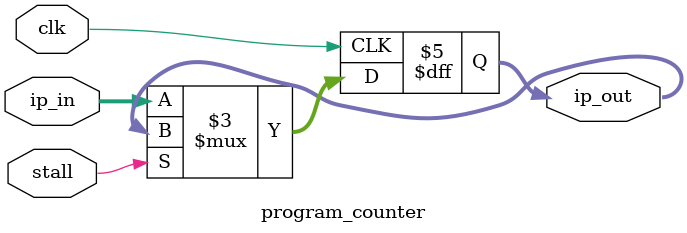
<source format=v>


`timescale 1ns/10ps

module program_counter (
    clk,
    ip_in,
    ip_out, 
    stall
);
// clk : clock signal
// input: the input count
// output: address output

input [0:0] clk;
input [4:0] ip_in;
input [0:0] stall;
output [4:0] ip_out;
reg [4:0] ip_out;

always @(negedge clk) begin: PROGRAM_COUNTER_UPDATE
    if ((!stall)) begin
        ip_out <= ip_in; 
    end
end

endmodule

</source>
